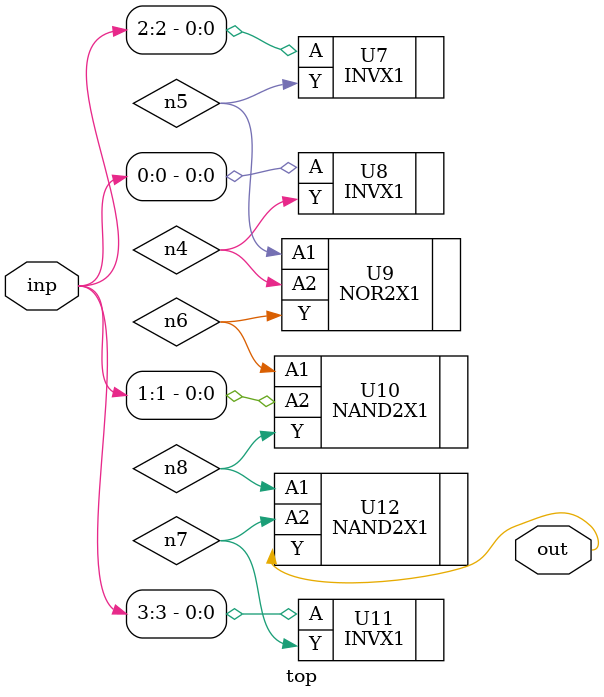
<source format=sv>


module top ( inp, out );
  input [3:0] inp;
  output out;
  wire   n4, n5, n6, n7, n8;

  INVX1 U7 ( .A(inp[2]), .Y(n5) );
  INVX1 U8 ( .A(inp[0]), .Y(n4) );
  NOR2X1 U9 ( .A1(n5), .A2(n4), .Y(n6) );
  NAND2X1 U10 ( .A1(n6), .A2(inp[1]), .Y(n8) );
  INVX1 U11 ( .A(inp[3]), .Y(n7) );
  NAND2X1 U12 ( .A1(n8), .A2(n7), .Y(out) );
endmodule


</source>
